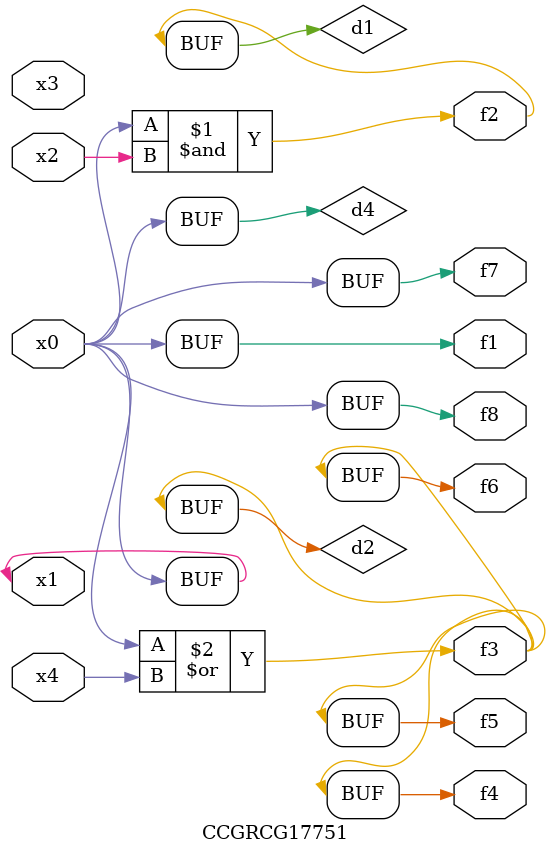
<source format=v>
module CCGRCG17751(
	input x0, x1, x2, x3, x4,
	output f1, f2, f3, f4, f5, f6, f7, f8
);

	wire d1, d2, d3, d4;

	and (d1, x0, x2);
	or (d2, x0, x4);
	nand (d3, x0, x2);
	buf (d4, x0, x1);
	assign f1 = d4;
	assign f2 = d1;
	assign f3 = d2;
	assign f4 = d2;
	assign f5 = d2;
	assign f6 = d2;
	assign f7 = d4;
	assign f8 = d4;
endmodule

</source>
